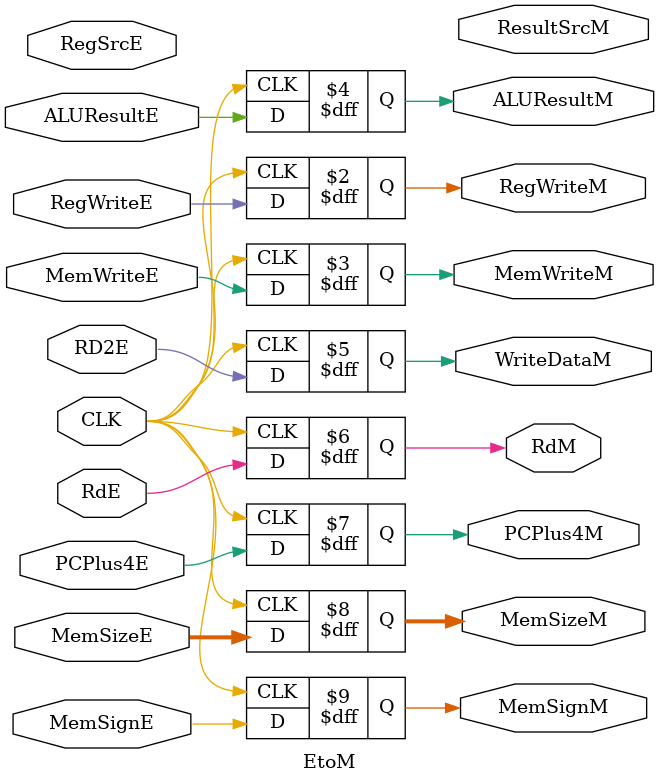
<source format=sv>
`timescale 1ps/1ps

module EtoM(
    input CLK,
    input RegWriteE,
    input [1:0] RegSrcE,
    input MemWriteE,
    input ALUResultE,
    input RD2E,
    input RdE,
    input PCPlus4E,
    input [1:0] MemSizeE,
    input MemSignE,

    output logic RegWriteM,
    output logic [1:0] ResultSrcM,
    output logic MemWriteM,
    output logic ALUResultM,
    output logic WriteDataM,
    output logic RdM,
    output logic PCPlus4M,
    output logic [1:0] MemSizeM,
    output logic MemSignM
);

    always_ff @ (posedge CLK) begin
        RegWriteM <= RegWriteE;
        RegSrcM <= ResultSrcE;
        MemWriteM <= MemWriteE;
        ALUResultM <= ALUResultE;
        WriteDataM <= RD2E;
        RdM <= RdE;
        PCPlus4M <= PCPlus4E;
        MemSizeM <= MemSizeE;
        MemSignM <= MemSignE;
    end

endmodule
</source>
